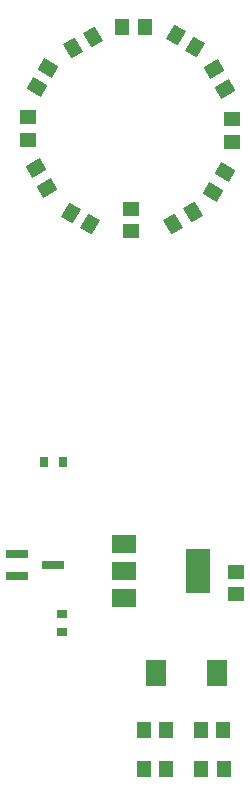
<source format=gbr>
%TF.GenerationSoftware,KiCad,Pcbnew,7.0.6*%
%TF.CreationDate,2024-06-26T11:04:28+02:00*%
%TF.ProjectId,ToneGenerator,546f6e65-4765-46e6-9572-61746f722e6b,rev?*%
%TF.SameCoordinates,PX791ddc0PY9157080*%
%TF.FileFunction,Paste,Top*%
%TF.FilePolarity,Positive*%
%FSLAX45Y45*%
G04 Gerber Fmt 4.5, Leading zero omitted, Abs format (unit mm)*
G04 Created by KiCad (PCBNEW 7.0.6) date 2024-06-26 11:04:28*
%MOMM*%
%LPD*%
G01*
G04 APERTURE LIST*
G04 Aperture macros list*
%AMRotRect*
0 Rectangle, with rotation*
0 The origin of the aperture is its center*
0 $1 length*
0 $2 width*
0 $3 Rotation angle, in degrees counterclockwise*
0 Add horizontal line*
21,1,$1,$2,0,0,$3*%
G04 Aperture macros list end*
%ADD10R,1.143000X1.397000*%
%ADD11R,1.397000X1.143000*%
%ADD12RotRect,1.143000X1.397000X60.000000*%
%ADD13RotRect,1.143000X1.397000X150.000000*%
%ADD14RotRect,1.143000X1.397000X30.000000*%
%ADD15R,1.800000X2.200000*%
%ADD16R,2.006600X1.498600*%
%ADD17R,2.006600X3.810000*%
%ADD18R,0.965200X0.762000*%
%ADD19RotRect,1.143000X1.397000X120.000000*%
%ADD20R,1.900000X0.800000*%
%ADD21R,0.762000X0.965200*%
G04 APERTURE END LIST*
D10*
%TO.C,R7*%
X1581150Y1524000D03*
X1771650Y1524000D03*
%TD*%
%TO.C,C1*%
X2066840Y1193800D03*
X2257340Y1193800D03*
%TD*%
D11*
%TO.C,R100*%
X1474846Y5934751D03*
X1474846Y5744251D03*
%TD*%
D12*
%TO.C,R108*%
X678056Y6962199D03*
X773306Y7127177D03*
%TD*%
D13*
%TO.C,R102*%
X1128170Y5807063D03*
X963192Y5902313D03*
%TD*%
D11*
%TO.C,R105*%
X2325681Y6504187D03*
X2325681Y6694687D03*
%TD*%
D14*
%TO.C,R101*%
X1830703Y5809438D03*
X1995680Y5904688D03*
%TD*%
D15*
%TO.C,D1*%
X1688014Y2008713D03*
X2198014Y2008713D03*
%TD*%
D16*
%TO.C,IC1*%
X1412240Y2639060D03*
X1412240Y2867660D03*
X1412240Y3096260D03*
D17*
X2042160Y2870200D03*
%TD*%
D10*
%TO.C,R1*%
X1771650Y1193800D03*
X1581150Y1193800D03*
%TD*%
D11*
%TO.C,R106*%
X605680Y6519438D03*
X605680Y6709938D03*
%TD*%
D18*
%TO.C,R2*%
X886400Y2508233D03*
X886400Y2350753D03*
%TD*%
D13*
%TO.C,R109*%
X2018170Y7307063D03*
X1853192Y7402313D03*
%TD*%
D19*
%TO.C,R107*%
X2273306Y6952200D03*
X2178056Y7117177D03*
%TD*%
D10*
%TO.C,R8*%
X2255737Y1524000D03*
X2065237Y1524000D03*
%TD*%
D19*
%TO.C,R104*%
X763305Y6112200D03*
X668055Y6277177D03*
%TD*%
D11*
%TO.C,C2*%
X2365290Y2861860D03*
X2365290Y2671360D03*
%TD*%
D12*
%TO.C,R103*%
X2170431Y6079711D03*
X2265681Y6244689D03*
%TD*%
D20*
%TO.C,Q2*%
X510400Y3016000D03*
X510400Y2826000D03*
X810400Y2921000D03*
%TD*%
D21*
%TO.C,R3*%
X737150Y3788960D03*
X894630Y3788960D03*
%TD*%
D10*
%TO.C,R111*%
X1400430Y7474688D03*
X1590930Y7474688D03*
%TD*%
D14*
%TO.C,R110*%
X983191Y7297063D03*
X1148169Y7392313D03*
%TD*%
M02*

</source>
